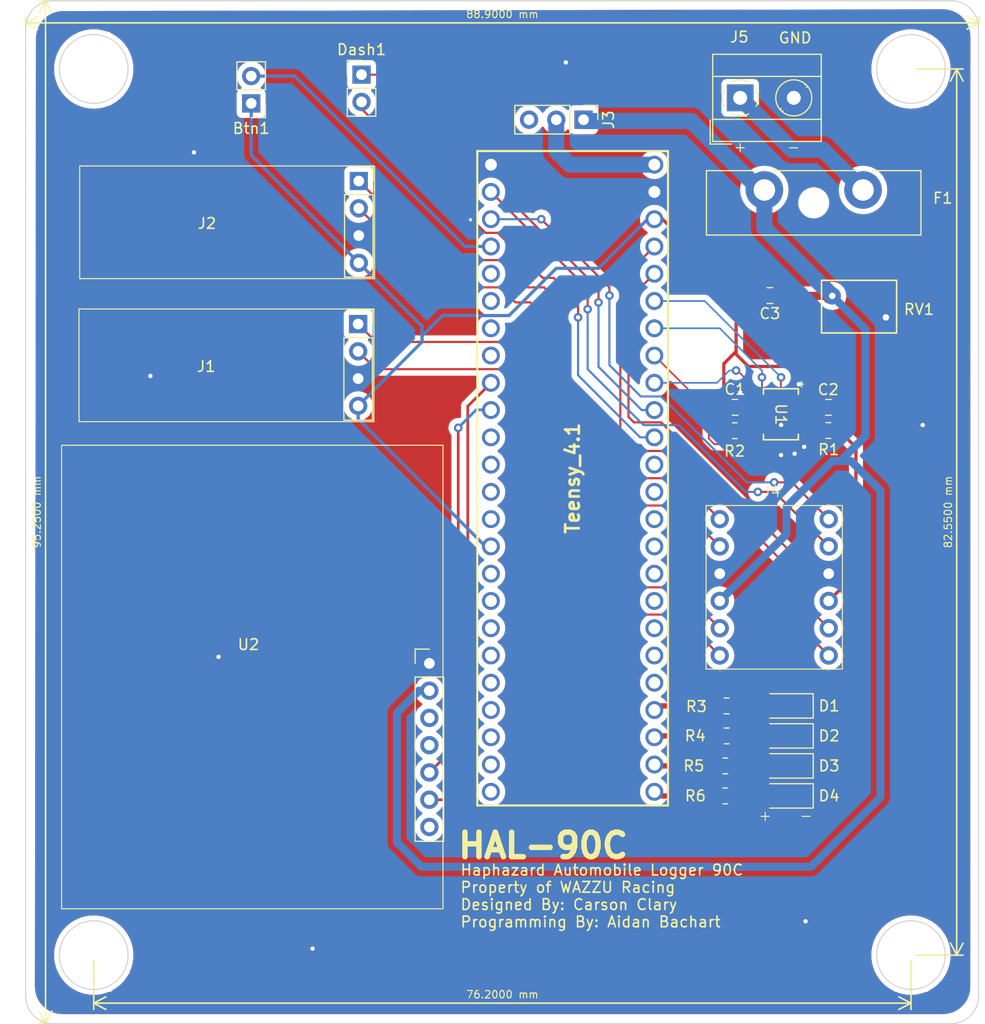
<source format=kicad_pcb>
(kicad_pcb (version 20240108) (generator "pcbnew") (generator_version "8.0")
  (title_block (title "HAL-9 Teensy 4.1 Breakout Board") (rev "2.1.2") (company "WAZZU Racing") (comment 1 "Code By: Aidan Bachart") (comment 2 "Design By: Carson Clary"))
  (layers (0 "F.Cu" signal) (31 "B.Cu" signal) (34 "B.Paste" user) (35 "F.Paste" user) (36 "B.SilkS" user "B.Silkscreen") (37 "F.SilkS" user "F.Silkscreen") (38 "B.Mask" user) (39 "F.Mask" user) (44 "Edge.Cuts" user))
  (net 0 "")
  (net 1 "GND")
  (net 2 "+5V")
  (net 6 "+3.3V")
  (net 10 "/CAN1 RX 5v")
  (net 11 "/CAN1 TX 5v")
  (net 14 "/Toggle")
  (net 23 "/CAN2 RX 5v")
  (net 24 "/CAN2 TX 3.3v")
  (net 25 "/LED1")
  (net 26 "/GYRO SCL")
  (net 27 "/GYRO SDA")
  (net 28 "/GPS RX")
  (net 29 "/GPS TX")
  (net 32 "/LED0")
  (net 33 "/LED2")
  (net 34 "/LED3")
  (net 35 "/CAN1 RX 3.3v")
  (net 38 "/CAN1 TX 3.3v")
  (net 39 "Net-(D4-A)")
  (net 40 "/CAN2 TX 5v")
  (net 41 "/CAN2 RX 3.3v")
  (net 42 "/Teensy Vin")
  (net 43 "/Dashboard SCL")
  (net 44 "/Dashboard SDA")
  (net 51 "Net-(D1-A)")
  (net 52 "Net-(D2-A)")
  (net 53 "/IntGyro")
  (net 54 "Net-(D3-A)")
  (net 55 "Net-(J5-Pin_1)")
  (net 56 "/IntAccel")
  (footprint "Fuse:Fuseholder_Blade_ATO_Littelfuse_Pudenz_2_Pin" (layer "F.Cu") (at 100.6322 55.7214)
    (property "Reference" "F1" (at 16.637 0.762 0) (layer "F.SilkS"))
    (property "Value" "1.5A")
    (pad "" np_thru_hole circle (at 4.6 1.2) (size 2.4 2.4) (drill 2.4) (layers "*.Cu" "*.Mask"))
    (pad "1" thru_hole circle (at 0 0) (size 3.5 3.5) (drill 2) (layers "*.Cu" "*.Mask") (net 2 "+5V"))
    (pad "2" thru_hole circle (at 9.2 0) (size 3.5 3.5) (drill 2) (layers "*.Cu" "*.Mask") (net 55 "Net-(J5-Pin_1)"))
  )
  (footprint "Connector_PinSocket_2.54mm:PinSocket_1x04_P2.54mm_Vertical" (layer "F.Cu") (at 64.2257 77.3067 90)
    (property "Reference" "J1" (at 5.1453 -15.6355 180) (layer "F.SilkS"))
    (property "Value" "CAN BOB")
    (pad "1" thru_hole rect (at 9.0932 -1.4732) (size 1.7 1.7) (drill 1) (layers "*.Cu" "*.Mask") (net 11 "/CAN1 TX 5v"))
    (pad "2" thru_hole oval (at 6.5532 -1.4732) (size 1.7 1.7) (drill 1) (layers "*.Cu" "*.Mask") (net 10 "/CAN1 RX 5v"))
    (pad "3" thru_hole oval (at 4.0132 -1.4732) (size 1.7 1.7) (drill 1) (layers "*.Cu" "*.Mask") (net 1 "GND"))
    (pad "4" thru_hole oval (at 1.4732 -1.4732) (size 1.7 1.7) (drill 1) (layers "*.Cu" "*.Mask") (net 6 "+3.3V"))
  )
  (footprint "Resistor_SMD:R_0805_2012Metric_Pad1.20x1.40mm_HandSolder" (layer "F.Cu") (at 106.6005 78.1304)
    (property "Reference" "R1" (at 0.0287 1.778 0) (layer "F.SilkS"))
    (property "Value" "2k")
    (pad "1" smd roundrect (at -1 0) (size 1.2 1.4) (layers "F.Cu" "F.Paste" "F.Mask") (roundrect_rratio 0.208333) (net 26 "/GYRO SCL"))
    (pad "2" smd roundrect (at 1 0) (size 1.2 1.4) (layers "F.Cu" "F.Paste" "F.Mask") (roundrect_rratio 0.208333) (net 6 "+3.3V"))
  )
  (footprint "LED_SMD:LED_1206_3216Metric_Pad1.42x1.75mm_HandSolder" (layer "F.Cu") (at 102.7287 103.7844 180)
    (property "Reference" "D1" (at -3.937 0 0) (layer "F.SilkS"))
    (property "Value" "LED")
    (pad "1" smd roundrect (at -1.4875 0 180) (size 1.425 1.75) (layers "F.Cu" "F.Paste" "F.Mask") (roundrect_rratio 0.175439) (net 1 "GND"))
    (pad "2" smd roundrect (at 1.4875 0 180) (size 1.425 1.75) (layers "F.Cu" "F.Paste" "F.Mask") (roundrect_rratio 0.175439) (net 51 "Net-(D1-A)"))
  )
  (footprint "LED_SMD:LED_1206_3216Metric_Pad1.42x1.75mm_HandSolder" (layer "F.Cu") (at 102.7287 106.5784 180)
    (property "Reference" "D2" (at -3.937 0 0) (layer "F.SilkS"))
    (property "Value" "LED")
    (pad "1" smd roundrect (at -1.4875 0 180) (size 1.425 1.75) (layers "F.Cu" "F.Paste" "F.Mask") (roundrect_rratio 0.175439) (net 1 "GND"))
    (pad "2" smd roundrect (at 1.4875 0 180) (size 1.425 1.75) (layers "F.Cu" "F.Paste" "F.Mask") (roundrect_rratio 0.175439) (net 52 "Net-(D2-A)"))
  )
  (footprint "Varistor:RV_Disc_D7mm_W4.9mm_P5mm" (layer "F.Cu") (at 106.9632 65.5894)
    (property "Reference" "RV1" (at 8.088 1.254 180) (layer "F.SilkS"))
    (property "Value" "Varistor_US")
    (pad "1" thru_hole circle (at 0 0) (size 1.6 1.6) (drill 0.6) (layers "*.Cu" "*.Mask") (net 2 "+5V"))
    (pad "2" thru_hole circle (at 5 2) (size 1.6 1.6) (drill 0.6) (layers "*.Cu" "*.Mask") (net 1 "GND"))
  )
  (footprint "Connector_PinHeader_2.54mm:PinHeader_1x02_P2.54mm_Vertical" (layer "F.Cu") (at 63.0682 44.9784)
    (property "Reference" "Dash1" (at 0 -2.33 360) (layer "F.SilkS"))
    (property "Value" "Conn_01x02_Pin")
    (pad "1" thru_hole rect (at 0 0) (size 1.7 1.7) (drill 1) (layers "*.Cu" "*.Mask") (net 44 "/Dashboard SDA"))
    (pad "2" thru_hole oval (at 0 2.54) (size 1.7 1.7) (drill 1) (layers "*.Cu" "*.Mask") (net 43 "/Dashboard SCL"))
  )
  (footprint "Connector_PinHeader_2.54mm:PinHeader_1x02_P2.54mm_Vertical" (layer "F.Cu") (at 52.7812 47.6554 180)
    (property "Reference" "Btn1" (at 0 -2.33 0) (layer "F.SilkS"))
    (property "Value" "Conn_01x02_Pin")
    (pad "1" thru_hole rect (at 0 0 180) (size 1.7 1.7) (drill 1) (layers "*.Cu" "*.Mask") (net 6 "+3.3V"))
    (pad "2" thru_hole oval (at 0 2.54 180) (size 1.7 1.7) (drill 1) (layers "*.Cu" "*.Mask") (net 14 "/Toggle"))
  )
  (footprint "Custom Footprints:SparkFun Logic Level" (layer "F.Cu") (at 96.4692 86.3854 180)
    (property "Reference" "J4" (at -4.826 2.564 0) (layer "F.SilkS") (effects (font (thickness 0.1))))
    (property "Value" "BOB-12009 Logic Level Shifter")
    (pad "1" thru_hole oval (at -10.16 -12.7 180) (size 1.7 1.7) (drill 1) (layers "*.Cu" "*.Mask") (net 35 "/CAN1 RX 3.3v"))
    (pad "2" thru_hole oval (at -10.16 -10.16 180) (size 1.7 1.7) (drill 1) (layers "*.Cu" "*.Mask") (net 38 "/CAN1 TX 3.3v"))
    (pad "3" thru_hole oval (at -10.16 -7.62 180) (size 1.7 1.7) (drill 1) (layers "*.Cu" "*.Mask") (net 6 "+3.3V"))
    (pad "4" thru_hole oval (at -10.16 -5.08 180) (size 1.7 1.7) (drill 1) (layers "*.Cu" "*.Mask") (net 1 "GND"))
    (pad "5" thru_hole oval (at -10.16 -2.54 180) (size 1.7 1.7) (drill 1) (layers "*.Cu" "*.Mask") (net 41 "/CAN2 RX 3.3v"))
    (pad "6" thru_hole oval (at -10.16 0 180) (size 1.7 1.7) (drill 1) (layers "*.Cu" "*.Mask") (net 24 "/CAN2 TX 3.3v"))
    (pad "7" thru_hole oval (at 0 0 180) (size 1.7 1.7) (drill 1) (layers "*.Cu" "*.Mask") (net 40 "/CAN2 TX 5v"))
    (pad "8" thru_hole oval (at 0 -2.54 180) (size 1.7 1.7) (drill 1) (layers "*.Cu" "*.Mask") (net 23 "/CAN2 RX 5v"))
    (pad "9" thru_hole oval (at 0 -5.08 180) (size 1.7 1.7) (drill 1) (layers "*.Cu" "*.Mask") (net 1 "GND"))
    (pad "10" thru_hole oval (at 0 -7.62 180) (size 1.7 1.7) (drill 1) (layers "*.Cu" "*.Mask") (net 2 "+5V"))
    (pad "11" thru_hole oval (at 0 -10.16 180) (size 1.7 1.7) (drill 1) (layers "*.Cu" "*.Mask") (net 11 "/CAN1 TX 5v"))
    (pad "12" thru_hole oval (at 0 -12.7 180) (size 1.7 1.7) (drill 1) (layers "*.Cu" "*.Mask") (net 10 "/CAN1 RX 5v"))
  )
  (footprint "TerminalBlock_MetzConnect:TerminalBlock_MetzConnect_Type055_RT01502HDWU_1x02_P5.00mm_Horizontal" (layer "F.Cu") (at 98.3742 47.1424)
    (property "Reference" "J5" (at -0.0762 -5.6642 0) (layer "F.SilkS"))
    (property "Value" "Conn_01x02_Pin")
    (fp_text user "-" (at 4.9784 4.572 0) (layer "F.SilkS") (effects (font (thickness 0.1))))
    (fp_text user "+" (at 0 4.572 0) (layer "F.SilkS") (effects (font (thickness 0.1))))
    (pad "1" thru_hole rect (at 0 0) (size 2.5 2.5) (drill 1.3) (layers "*.Cu" "*.Mask") (net 55 "Net-(J5-Pin_1)"))
    (pad "2" thru_hole circle (at 5 0) (size 2.5 2.5) (drill 1.3) (layers "*.Cu" "*.Mask") (net 1 "GND"))
  )
  (footprint "Resistor_SMD:R_0805_2012Metric_Pad1.20x1.40mm_HandSolder" (layer "F.Cu") (at 96.9932 109.3724 180)
    (property "Reference" "R5" (at 2.937 0 0) (layer "F.SilkS"))
    (property "Value" "5")
    (pad "1" smd roundrect (at -1 0 180) (size 1.2 1.4) (layers "F.Cu" "F.Paste" "F.Mask") (roundrect_rratio 0.208333) (net 54 "Net-(D3-A)"))
    (pad "2" smd roundrect (at 1 0 180) (size 1.2 1.4) (layers "F.Cu" "F.Paste" "F.Mask") (roundrect_rratio 0.208333) (net 33 "/LED2"))
  )
  (footprint "Resistor_SMD:R_0805_2012Metric_Pad1.20x1.40mm_HandSolder" (layer "F.Cu") (at 97.1042 106.5784 180)
    (property "Reference" "R4" (at 2.921 0 0) (layer "F.SilkS"))
    (property "Value" "5")
    (pad "1" smd roundrect (at -1 0 180) (size 1.2 1.4) (layers "F.Cu" "F.Paste" "F.Mask") (roundrect_rratio 0.208333) (net 52 "Net-(D2-A)"))
    (pad "2" smd roundrect (at 1 0 180) (size 1.2 1.4) (layers "F.Cu" "F.Paste" "F.Mask") (roundrect_rratio 0.208333) (net 25 "/LED1"))
  )
  (footprint "Resistor_SMD:R_0805_2012Metric_Pad1.20x1.40mm_HandSolder" (layer "F.Cu") (at 96.9932 112.1664 180)
    (property "Reference" "R6" (at 2.794 0 0) (layer "F.SilkS"))
    (property "Value" "5")
    (pad "1" smd roundrect (at -1 0 180) (size 1.2 1.4) (layers "F.Cu" "F.Paste" "F.Mask") (roundrect_rratio 0.208333) (net 39 "Net-(D4-A)"))
    (pad "2" smd roundrect (at 1 0 180) (size 1.2 1.4) (layers "F.Cu" "F.Paste" "F.Mask") (roundrect_rratio 0.208333) (net 34 "/LED3"))
  )
  (footprint "Resistor_SMD:R_0805_2012Metric_Pad1.20x1.40mm_HandSolder" (layer "F.Cu") (at 97.1042 103.7844 180)
    (property "Reference" "R3" (at 2.81 -0.058 0) (layer "F.SilkS"))
    (property "Value" "5")
    (pad "1" smd roundrect (at -1 0 180) (size 1.2 1.4) (layers "F.Cu" "F.Paste" "F.Mask") (roundrect_rratio 0.208333) (net 51 "Net-(D1-A)"))
    (pad "2" smd roundrect (at 1 0 180) (size 1.2 1.4) (layers "F.Cu" "F.Paste" "F.Mask") (roundrect_rratio 0.208333) (net 32 "/LED0"))
  )
  (footprint "Custom Footprints:QFN_BMI085_BOS" (layer "F.Cu") (at 102.1715 76.614401 -90)
    (property "Reference" "U1" (at 0 0 -90) (layer "F.SilkS"))
    (property "Value" "BMI088")
    (fp_text user "*" (at -2.802001 -1.5367 -90) (layer "F.SilkS"))
    (pad "1" smd rect (at -1.5 -1.1557 270) (size 0.254 0.4826) (layers "F.Cu" "F.Paste" "F.Mask"))
    (pad "2" smd rect (at -1.000001 -1.1557 270) (size 0.254 0.4826) (layers "F.Cu" "F.Paste" "F.Mask"))
    (pad "3" smd rect (at -0.499999 -1.1557 270) (size 0.254 0.4826) (layers "F.Cu" "F.Paste" "F.Mask") (net 6 "+3.3V"))
    (pad "4" smd rect (at 0 -1.1557 270) (size 0.254 0.4826) (layers "F.Cu" "F.Paste" "F.Mask") (net 1 "GND"))
    (pad "5" smd rect (at 0.499999 -1.1557 270) (size 0.254 0.4826) (layers "F.Cu" "F.Paste" "F.Mask"))
    (pad "6" smd rect (at 1.000001 -1.1557 270) (size 0.254 0.4826) (layers "F.Cu" "F.Paste" "F.Mask") (net 1 "GND"))
    (pad "7" smd rect (at 1.5 -1.1557 270) (size 0.254 0.4826) (layers "F.Cu" "F.Paste" "F.Mask") (net 6 "+3.3V"))
    (pad "8" smd rect (at 1.9113 0) (size 0.254 0.4826) (layers "F.Cu" "F.Paste" "F.Mask") (net 26 "/GYRO SCL"))
    (pad "9" smd rect (at 1.5 1.1557 270) (size 0.254 0.4826) (layers "F.Cu" "F.Paste" "F.Mask") (net 27 "/GYRO SDA"))
    (pad "10" smd rect (at 1.000001 1.1557 270) (size 0.254 0.4826) (layers "F.Cu" "F.Paste" "F.Mask") (net 1 "GND"))
    (pad "11" smd rect (at 0.499999 1.1557 270) (size 0.254 0.4826) (layers "F.Cu" "F.Paste" "F.Mask") (net 6 "+3.3V"))
    (pad "12" smd rect (at 0 1.1557 270) (size 0.254 0.4826) (layers "F.Cu" "F.Paste" "F.Mask") (net 53 "/IntGyro"))
    (pad "13" smd rect (at -0.499999 1.1557 270) (size 0.254 0.4826) (layers "F.Cu" "F.Paste" "F.Mask"))
    (pad "14" smd rect (at -1.000001 1.1557 270) (size 0.254 0.4826) (layers "F.Cu" "F.Paste" "F.Mask") (net 6 "+3.3V"))
    (pad "15" smd rect (at -1.5 1.1557 270) (size 0.254 0.4826) (layers "F.Cu" "F.Paste" "F.Mask") (net 1 "GND"))
    (pad "16" smd rect (at -1.9113 0) (size 0.254 0.4826) (layers "F.Cu" "F.Paste" "F.Mask") (net 56 "/IntAccel"))
  )
  (footprint "Connector_PinHeader_2.54mm:PinHeader_1x03_P2.54mm_Vertical" (layer "F.Cu") (at 83.7692 49.1744 -90)
    (property "Reference" "J3" (at 0 -2.33 90) (layer "F.SilkS"))
    (property "Value" "Block Jumper")
    (pad "1" thru_hole rect (at 0 0 270) (size 1.7 1.7) (drill 1) (layers "*.Cu" "*.Mask") (net 2 "+5V"))
    (pad "2" thru_hole oval (at 0 2.54 270) (size 1.7 1.7) (drill 1) (layers "*.Cu" "*.Mask") (net 42 "/Teensy Vin"))
    (pad "3" thru_hole oval (at 0 5.08 270) (size 1.7 1.7) (drill 1) (layers "*.Cu" "*.Mask"))
  )
  (footprint "Capacitor_SMD:C_0805_2012Metric_Pad1.18x1.45mm_HandSolder" (layer "F.Cu") (at 106.6077 75.9714 180)
    (property "Reference" "C2" (at 0.0215 1.651 0) (layer "F.SilkS"))
    (property "Value" "100nF")
    (pad "1" smd roundrect (at -1.0375 0 180) (size 1.175 1.45) (layers "F.Cu" "F.Paste" "F.Mask") (roundrect_rratio 0.212766) (net 6 "+3.3V"))
    (pad "2" smd roundrect (at 1.0375 0 180) (size 1.175 1.45) (layers "F.Cu" "F.Paste" "F.Mask") (roundrect_rratio 0.212766) (net 1 "GND"))
  )
  (footprint "Connector_PinHeader_2.54mm:PinHeader_1x07_P2.54mm_Vertical" (layer "F.Cu") (at 69.3928 99.822)
    (property "Reference" "U2" (at -16.8656 -1.7526 180) (layer "F.SilkS"))
    (property "Value" "NEO-M9N")
    (pad "0" thru_hole oval (at 0 5.08) (size 1.7 1.7) (drill 1) (layers "*.Cu" "*.Mask"))
    (pad "2" thru_hole oval (at 0 7.62) (size 1.7 1.7) (drill 1) (layers "*.Cu" "*.Mask"))
    (pad "10" thru_hole rect (at 0 0) (size 1.7 1.7) (drill 1) (layers "*.Cu" "*.Mask") (net 1 "GND"))
    (pad "19" thru_hole oval (at 0 15.24) (size 1.7 1.7) (drill 1) (layers "*.Cu" "*.Mask"))
    (pad "20" thru_hole oval (at 0 12.7) (size 1.7 1.7) (drill 1) (layers "*.Cu" "*.Mask") (net 29 "/GPS TX"))
    (pad "21" thru_hole oval (at 0 10.16) (size 1.7 1.7) (drill 1) (layers "*.Cu" "*.Mask") (net 28 "/GPS RX"))
    (pad "23" thru_hole oval (at 0 2.54) (size 1.7 1.7) (drill 1) (layers "*.Cu" "*.Mask") (net 2 "+5V"))
  )
  (footprint "Custom Footprints:TEENSY41" (layer "F.Cu") (at 82.9056 84.455)
    (property "Reference" "Teensy_4.1" (at -0.1524 -1.8796 -90) (layer "F.SilkS") (effects (font (size 1.27 1.27) (thickness 0.254))))
    (property "Value" "~" (hide yes))
    (pad "0" thru_hole circle (at -7.7724 -28.5496 270) (size 1.665 1.665) (drill 1.11) (layers "*.Cu" "*.Mask") (net 41 "/CAN2 RX 3.3v"))
    (pad "1" thru_hole circle (at -7.7724 -26.0096 270) (size 1.665 1.665) (drill 1.11) (layers "*.Cu" "*.Mask") (net 24 "/CAN2 TX 3.3v"))
    (pad "2" thru_hole circle (at -7.7724 -23.4696 270) (size 1.665 1.665) (drill 1.11) (layers "*.Cu" "*.Mask") (net 14 "/Toggle"))
    (pad "3" thru_hole circle (at -7.7724 -20.9296 270) (size 1.665 1.665) (drill 1.11) (layers "*.Cu" "*.Mask"))
    (pad "4" thru_hole circle (at -7.7724 -18.3896 270) (size 1.665 1.665) (drill 1.11) (layers "*.Cu" "*.Mask"))
    (pad "5" thru_hole circle (at -7.7724 -15.8496 270) (size 1.665 1.665) (drill 1.11) (layers "*.Cu" "*.Mask"))
    (pad "6" thru_hole circle (at -7.7724 -13.3096 270) (size 1.665 1.665) (drill 1.11) (layers "*.Cu" "*.Mask"))
    (pad "7" thru_hole circle (at -7.7724 -10.7696 270) (size 1.665 1.665) (drill 1.11) (layers "*.Cu" "*.Mask") (net 29 "/GPS TX"))
    (pad "8" thru_hole circle (at -7.7724 -8.2296 270) (size 1.665 1.665) (drill 1.11) (layers "*.Cu" "*.Mask") (net 28 "/GPS RX"))
    (pad "9" thru_hole circle (at -7.7724 -5.6896 270) (size 1.665 1.665) (drill 1.11) (layers "*.Cu" "*.Mask"))
    (pad "10" thru_hole circle (at -7.7724 -3.1496 270) (size 1.665 1.665) (drill 1.11) (layers "*.Cu" "*.Mask"))
    (pad "11" thru_hole circle (at -7.7724 -0.6096 270) (size 1.665 1.665) (drill 1.11) (layers "*.Cu" "*.Mask"))
    (pad "12" thru_hole circle (at -7.7724 1.9304 270) (size 1.665 1.665) (drill 1.11) (layers "*.Cu" "*.Mask"))
    (pad "13" thru_hole circle (at 7.4676 1.9304 270) (size 1.665 1.665) (drill 1.11) (layers "*.Cu" "*.Mask"))
    (pad "14" thru_hole circle (at 7.4676 -0.6096 270) (size 1.665 1.665) (drill 1.11) (layers "*.Cu" "*.Mask"))
    (pad "15" thru_hole circle (at 7.4676 -3.1496 270) (size 1.665 1.665) (drill 1.11) (layers "*.Cu" "*.Mask"))
    (pad "16" thru_hole circle (at 7.4676 -5.6896 270) (size 1.665 1.665) (drill 1.11) (layers "*.Cu" "*.Mask") (net 43 "/Dashboard SCL"))
    (pad "17" thru_hole circle (at 7.4676 -8.2296 270) (size 1.665 1.665) (drill 1.11) (layers "*.Cu" "*.Mask") (net 44 "/Dashboard SDA"))
    (pad "18" thru_hole circle (at 7.4676 -10.7696 270) (size 1.665 1.665) (drill 1.11) (layers "*.Cu" "*.Mask") (net 27 "/GYRO SDA"))
    (pad "19" thru_hole circle (at 7.4676 -13.3096 270) (size 1.665 1.665) (drill 1.11) (layers "*.Cu" "*.Mask") (net 26 "/GYRO SCL"))
    (pad "20" thru_hole circle (at 7.4676 -15.8496 270) (size 1.665 1.665) (drill 1.11) (layers "*.Cu" "*.Mask") (net 53 "/IntGyro"))
    (pad "21" thru_hole circle (at 7.4676 -18.3896 270) (size 1.665 1.665) (drill 1.11) (layers "*.Cu" "*.Mask") (net 56 "/IntAccel"))
    (pad "22" thru_hole circle (at 7.4676 -20.9296 270) (size 1.665 1.665) (drill 1.11) (layers "*.Cu" "*.Mask") (net 38 "/CAN1 TX 3.3v"))
    (pad "23" thru_hole circle (at 7.4676 -23.4696 270) (size 1.665 1.665) (drill 1.11) (layers "*.Cu" "*.Mask") (net 35 "/CAN1 RX 3.3v"))
    (pad "24" thru_hole circle (at -7.7724 7.0104 270) (size 1.665 1.665) (drill 1.11) (layers "*.Cu" "*.Mask"))
    (pad "25" thru_hole circle (at -7.7724 9.5504 270) (size 1.665 1.665) (drill 1.11) (layers "*.Cu" "*.Mask"))
    (pad "26" thru_hole circle (at -7.7724 12.0904 270) (size 1.665 1.665) (drill 1.11) (layers "*.Cu" "*.Mask"))
    (pad "27" thru_hole circle (at -7.7724 14.6304 270) (size 1.665 1.665) (drill 1.11) (layers "*.Cu" "*.Mask"))
    (pad "28" thru_hole circle (at -7.7724 17.1704 270) (size 1.665 1.665) (drill 1.11) (layers "*.Cu" "*.Mask"))
    (pad "29" thru_hole circle (at -7.7724 19.7104 270) (size 1.665 1.665) (drill 1.11) (layers "*.Cu" "*.Mask"))
    (pad "30" thru_hole circle (at -7.7724 22.2504 270) (size 1.665 1.665) (drill 1.11) (layers "*.Cu" "*.Mask"))
    (pad "31" thru_hole circle (at -7.7724 24.7904 270) (size 1.665 1.665) (drill 1.11) (layers "*.Cu" "*.Mask"))
    (pad "32" thru_hole circle (at -7.7724 27.3304 270) (size 1.665 1.665) (drill 1.11) (layers "*.Cu" "*.Mask"))
    (pad "33" thru_hole circle (at 7.4676 27.3304 270) (size 1.665 1.665) (drill 1.11) (layers "*.Cu" "*.Mask") (net 34 "/LED3"))
    (pad "34" thru_hole circle (at 7.4676 24.7904 270) (size 1.665 1.665) (drill 1.11) (layers "*.Cu" "*.Mask") (net 33 "/LED2"))
    (pad "35" thru_hole circle (at 7.4676 22.2504 270) (size 1.665 1.665) (drill 1.11) (layers "*.Cu" "*.Mask") (net 25 "/LED1"))
    (pad "36" thru_hole circle (at 7.4676 19.7104 270) (size 1.665 1.665) (drill 1.11) (layers "*.Cu" "*.Mask") (net 32 "/LED0"))
    (pad "37" thru_hole circle (at 7.4676 17.1704 270) (size 1.665 1.665) (drill 1.11) (layers "*.Cu" "*.Mask"))
    (pad "38" thru_hole circle (at 7.4676 14.6304 270) (size 1.665 1.665) (drill 1.11) (layers "*.Cu" "*.Mask"))
    (pad "39" thru_hole circle (at 7.4676 12.0904 270) (size 1.665 1.665) (drill 1.11) (layers "*.Cu" "*.Mask"))
    (pad "40" thru_hole circle (at 7.4676 9.5504 270) (size 1.665 1.665) (drill 1.11) (layers "*.Cu" "*.Mask"))
    (pad "41" thru_hole circle (at 7.4676 7.0104 270) (size 1.665 1.665) (drill 1.11) (layers "*.Cu" "*.Mask"))
    (pad "42" thru_hole circle (at -7.7724 4.4704 270) (size 1.665 1.665) (drill 1.11) (layers "*.Cu" "*.Mask") (net 6 "+3.3V"))
    (pad "53" thru_hole circle (at 7.4676 -26.0096 270) (size 1.665 1.665) (drill 1.11) (layers "*.Cu" "*.Mask") (net 6 "+3.3V"))
    (pad "55" thru_hole circle (at 7.4676 -31.0896 270) (size 1.665 1.665) (drill 1.11) (layers "*.Cu" "*.Mask") (net 42 "/Teensy Vin"))
    (pad "69" thru_hole circle (at 7.4676 4.4704 270) (size 1.665 1.665) (drill 1.11) (layers "*.Cu" "*.Mask"))
    (pad "70" thru_hole circle (at 7.4676 -28.5496 270) (size 1.665 1.665) (drill 1.11) (layers "*.Cu" "*.Mask") (net 1 "GND"))
    (pad "71" thru_hole circle (at -7.7724 -31.0896 270) (size 1.665 1.665) (drill 1.11) (layers "*.Cu" "*.Mask") (net 1 "GND"))
  )
  (footprint "LED_SMD:LED_1206_3216Metric_Pad1.42x1.75mm_HandSolder" (layer "F.Cu") (at 102.7287 112.1664 180)
    (property "Reference" "D4" (at -3.937 0 0) (layer "F.SilkS"))
    (property "Value" "LED")
    (pad "1" smd roundrect (at -1.4875 0 180) (size 1.425 1.75) (layers "F.Cu" "F.Paste" "F.Mask") (roundrect_rratio 0.175439) (net 1 "GND"))
    (pad "2" smd roundrect (at 1.4875 0 180) (size 1.425 1.75) (layers "F.Cu" "F.Paste" "F.Mask") (roundrect_rratio 0.175439) (net 39 "Net-(D4-A)"))
  )
  (footprint "LED_SMD:LED_1206_3216Metric_Pad1.42x1.75mm_HandSolder" (layer "F.Cu") (at 102.7287 109.3724 180)
    (property "Reference" "D3" (at -3.937 0 0) (layer "F.SilkS"))
    (property "Value" "LED")
    (pad "1" smd roundrect (at -1.4875 0 180) (size 1.425 1.75) (layers "F.Cu" "F.Paste" "F.Mask") (roundrect_rratio 0.175439) (net 1 "GND"))
    (pad "2" smd roundrect (at 1.4875 0 180) (size 1.425 1.75) (layers "F.Cu" "F.Paste" "F.Mask") (roundrect_rratio 0.175439) (net 54 "Net-(D3-A)"))
  )
  (footprint "Capacitor_SMD:C_0805_2012Metric_Pad1.18x1.45mm_HandSolder" (layer "F.Cu") (at 97.8877 75.9714)
    (property "Reference" "C1" (at 0 -1.68 0) (layer "F.SilkS"))
    (property "Value" "100nF")
    (pad "1" smd roundrect (at -1.0375 0) (size 1.175 1.45) (layers "F.Cu" "F.Paste" "F.Mask") (roundrect_rratio 0.212766) (net 6 "+3.3V"))
    (pad "2" smd roundrect (at 1.0375 0) (size 1.175 1.45) (layers "F.Cu" "F.Paste" "F.Mask") (roundrect_rratio 0.212766) (net 1 "GND"))
  )
  (footprint "Custom Footprints:canBOB" (layer "F.Cu") (at 64.2874 63.9826 90)
    (property "Reference" "J2" (at 5.1453 -15.6355 0) (layer "F.SilkS"))
    (property "Value" "CAN BOB")
    (pad "1" thru_hole rect (at 9.0932 -1.4732) (size 1.7 1.7) (drill 1) (layers "*.Cu" "*.Mask") (net 40 "/CAN2 TX 5v"))
    (pad "2" thru_hole oval (at 6.5532 -1.4732) (size 1.7 1.7) (drill 1) (layers "*.Cu" "*.Mask") (net 23 "/CAN2 RX 5v"))
    (pad "3" thru_hole oval (at 4.0132 -1.4732) (size 1.7 1.7) (drill 1) (layers "*.Cu" "*.Mask") (net 1 "GND"))
    (pad "4" thru_hole oval (at 1.4732 -1.4732) (size 1.7 1.7) (drill 1) (layers "*.Cu" "*.Mask") (net 6 "+3.3V"))
  )
  (footprint "Capacitor_SMD:C_0805_2012Metric_Pad1.18x1.45mm_HandSolder" (layer "F.Cu") (at 101.1467 65.5574 180)
    (property "Reference" "C3" (at 0 -1.68 0) (layer "F.SilkS"))
    (property "Value" "100uF")
    (pad "1" smd roundrect (at -1.0375 0 180) (size 1.175 1.45) (layers "F.Cu" "F.Paste" "F.Mask") (roundrect_rratio 0.212766) (net 2 "+5V"))
    (pad "2" smd roundrect (at 1.0375 0 180) (size 1.175 1.45) (layers "F.Cu" "F.Paste" "F.Mask") (roundrect_rratio 0.212766) (net 1 "GND"))
  )
  (footprint "Resistor_SMD:R_0805_2012Metric_Pad1.20x1.40mm_HandSolder" (layer "F.Cu") (at 97.8695 78.144701)
    (property "Reference" "R2" (at -0.016 1.905 0) (layer "F.SilkS"))
    (property "Value" "2k")
    (pad "1" smd roundrect (at -1 0) (size 1.2 1.4) (layers "F.Cu" "F.Paste" "F.Mask") (roundrect_rratio 0.208333) (net 6 "+3.3V"))
    (pad "2" smd roundrect (at 1 0) (size 1.2 1.4) (layers "F.Cu" "F.Paste" "F.Mask") (roundrect_rratio 0.208333) (net 27 "/GYRO SDA"))
  )
  (gr_circle (center 114.3 127) (end 117.5 127) (stroke (width 0.1)) (fill none) (layer "Edge.Cuts"))
  (gr_circle (center 38.1 44.45) (end 41.3 44.45) (stroke (width 0.1)) (fill none) (layer "Edge.Cuts"))
  (gr_line (start 31.75 130.8354) (end 31.75 40.64) (stroke (width 0.1)) (layer "Edge.Cuts"))
  (gr_arc (start 120.5992 130.8354) (mid 119.855251 132.631451) (end 118.0592 133.3754) (stroke (width 0.1)) (layer "Edge.Cuts"))
  (gr_arc (start 118.0592 38.1) (mid 119.855251 38.843949) (end 120.5992 40.64) (stroke (width 0.1)) (layer "Edge.Cuts"))
  (gr_line (start 34.29 38.1) (end 118.0592 38.1) (stroke (width 0.1)) (layer "Edge.Cuts"))
  (gr_circle (center 38.1 127) (end 41.3 127) (stroke (width 0.1)) (fill none) (layer "Edge.Cuts"))
  (gr_line (start 120.5992 40.64) (end 120.5992 130.8354) (stroke (width 0.1)) (layer "Edge.Cuts"))
  (gr_circle (center 114.3 44.45) (end 117.5 44.45) (stroke (width 0.1)) (fill none) (layer "Edge.Cuts"))
  (gr_arc (start 31.75 40.64) (mid 32.493949 38.843949) (end 34.29 38.1) (stroke (width 0.1)) (layer "Edge.Cuts"))
  (gr_arc (start 34.29 133.3754) (mid 32.493949 132.631451) (end 31.75 130.8354) (stroke (width 0.1)) (layer "Edge.Cuts"))
  (gr_line (start 118.0592 133.3754) (end 34.29 133.3754) (stroke (width 0.1)) (layer "Edge.Cuts"))
  (gr_text "GND" (at 103.5012 41.5544 0) (layer "F.SilkS") (effects (font (size 1 1))))
  (gr_text "+" (at 100.0252 114.5794 0) (layer "F.SilkS") (effects (font (size 1 1) (thickness 0.1)) (justify left bottom)))
  (gr_text "-" (at 103.8352 114.5794 0) (layer "F.SilkS") (effects (font (size 1 1) (thickness 0.1)) (justify left bottom)))
  (gr_text "Haphazard Automobile Logger 90C\nProperty of WAZZU Racing\nDesigned By: Carson Clary\nProgramming By: Aidan Bachart" (at 72.2122 124.4854 0) (layer "F.SilkS") (effects (font (size 1 1)) (justify left bottom)))
  (gr_text "HAL-90C" (at 71.8312 118.1354 0) (layer "F.SilkS") (effects (font (size 2.286 2.286) (thickness 0.508) (bold yes)) (justify left bottom)))
  (dimension (type aligned) (layer "F.SilkS") (pts (xy 114.3 127) (xy 38.1 127)) (height -4.4704) (gr_text "76.2000 mm" (at 76.2 130.6704 0) (layer "F.SilkS") (effects (font (size 0.7 0.7) (thickness 0.1)))) (format (prefix "") (suffix "") (units 3) (units_format 1) (precision 4)) (style (thickness 0.15) (arrow_length 1.27) (text_position_mode 0) (extension_height 0.58642) (extension_offset 0.5) keep_text_aligned))
  (dimension (type aligned) (layer "F.SilkS") (pts (xy 114.3 127) (xy 114.3 44.45)) (height 4.2672) (gr_text "82.5500 mm" (at 117.7672 85.725 90) (layer "F.SilkS") (effects (font (size 0.7 0.7) (thickness 0.1)))) (format (prefix "") (suffix "") (units 3) (units_format 1) (precision 4)) (style (thickness 0.15) (arrow_length 1.27) (text_position_mode 0) (extension_height 0.58642) (extension_offset 0.5) keep_text_aligned))
  (dimension (type aligned) (layer "F.SilkS") (pts (xy 31.75 40.6) (xy 120.65 40.6)) (height -0.4426) (gr_text "88.9000 mm" (at 76.2 39.3574 0) (layer "F.SilkS") (effects (font (size 0.7 0.7) (thickness 0.1)))) (format (prefix "") (suffix "") (units 3) (units_format 1) (precision 4)) (style (thickness 0.15) (arrow_length 1.27) (text_position_mode 0) (extension_height 0.58642) (extension_offset 0.5) keep_text_aligned))
  (dimension (type aligned) (layer "F.SilkS") (pts (xy 34.2392 133.35) (xy 34.2392 38.1)) (height -0.635) (gr_text "95.2500 mm" (at 32.8042 85.725 90) (layer "F.SilkS") (effects (font (size 0.7 0.7) (thickness 0.1)))) (format (prefix "") (suffix "") (units 3) (units_format 1) (precision 4)) (style (thickness 0.15) (arrow_length 1.27) (text_position_mode 0) (extension_height 0.58642) (extension_offset 0.5) keep_text_aligned))
  (segment (start 104.3032 79.6144) (end 104.3432 79.6544) (width 0.127) (layer "F.Cu") (net 1))
  (segment (start 101.125299 75.2239) (end 102.4237 75.2239) (width 0.127) (layer "F.Cu") (net 1))
  (segment (start 102.192198 77.614402) (end 101.811198 77.614402) (width 0.155) (layer "F.Cu") (net 1))
  (segment (start 102.192198 77.614402) (end 103.3272 77.614402) (width 0.155) (layer "F.Cu") (net 1))
  (segment (start 102.192198 77.354102) (end 102.192198 77.614402) (width 0.127) (layer "F.Cu") (net 1))
  (segment (start 98.9252 75.9714) (end 98.9252 75.1254) (width 0.2) (layer "F.Cu") (net 1))
  (segment (start 102.931899 76.614401) (end 102.192198 77.354102) (width 0.127) (layer "F.Cu") (net 1))
  (segment (start 101.811198 77.614402) (end 101.8032 77.6224) (width 0.155) (layer "F.Cu") (net 1))
  (segment (start 102.4237 75.2239) (end 103.8352 73.8124) (width 0.127) (layer "F.Cu") (net 1))
  (segment (start 101.0158 75.114401) (end 101.125299 75.2239) (width 0.127) (layer "F.Cu") (net 1))
  (segment (start 98.9252 75.1254) (end 98.3742 74.5744) (width 0.2) (layer "F.Cu") (net 1))
  (segment (start 104.3032 77.2384) (end 104.3032 79.6144) (width 0.127) (layer "F.Cu") (net 1))
  (segment (start 105.5702 75.9714) (end 104.3032 77.2384) (width 0.127) (layer "F.Cu") (net 1))
  (segment (start 105.6005 75.8786) (end 105.6132 75.8659) (width 0.155) (layer "F.Cu") (net 1))
  (segment (start 103.3272 76.614401) (end 102.931899 76.614401) (width 0.127) (layer "F.Cu") (net 1))
  (segment (start 101.795202 77.614402) (end 101.0158 77.614402) (width 0.155) (layer "F.Cu") (net 1))
  (segment (start 101.8032 77.6224) (end 101.795202 77.614402) (width 0.155) (layer "F.Cu") (net 1))
  (via (at 47.4472 52.2224) (size 0.8) (drill 0.4) (layers "F.Cu" "B.Cu") (net 1))
  (via (at 102.192198 77.614402) (size 0.8) (drill 0.4) (layers "F.Cu" "B.Cu") (net 1))
  (via (at 82.1182 43.8404) (size 0.8) (drill 0.4) (layers "F.Cu" "B.Cu") (net 1))
  (via (at 102.1842 80.4164) (size 0.8) (drill 0.4) (layers "F.Cu" "B.Cu") (net 1))
  (via (at 103.8352 73.8124) (size 0.8) (drill 0.4) (layers "F.Cu" "B.Cu") (net 1))
  (via (at 104.3432 79.6544) (size 0.8) (drill 0.4) (layers "F.Cu" "B.Cu") (net 1))
  (via (at 49.7332 99.2124) (size 0.8) (drill 0.4) (layers "F.Cu" "B.Cu") (net 1))
  (via (at 43.3832 73.0504) (size 0.8) (drill 0.4) (layers "F.Cu" "B.Cu") (net 1))
  (via (at 104.4702 123.8504) (size 0.8) (drill 0.4) (layers "F.Cu" "B.Cu") (net 1))
  (via (at 115.3922 77.6224) (size 0.8) (drill 0.4) (layers "F.Cu" "B.Cu") (net 1))
  (via (at 98.3742 74.5744) (size 0.8) (drill 0.4) (layers "F.Cu" "B.Cu") (net 1))
  (via (at 103.4542 80.2894) (size 0.8) (drill 0.4) (layers "F.Cu" "B.Cu") (net 1))
  (via (at 58.4962 126.3904) (size 0.8) (drill 0.4) (layers "F.Cu" "B.Cu") (net 1))
  (segment (start 106.9632 65.5894) (end 102.2162 65.5894) (width 0.75) (layer "F.Cu") (net 2))
  (segment (start 102.2162 65.5894) (end 102.1842 65.5574) (width 0.75) (layer "F.Cu") (net 2))
  (segment (start 106.7882 65.5894) (end 106.9632 65.5894) (width 1.5) (layer "F.Cu") (net 2))
  (segment (start 110.0582 78.6384) (end 107.7252 80.9714) (width 0.75) (layer "B.Cu") (net 2))
  (segment (start 100.2222 55.7214) (end 93.8022 49.3014) (width 1.5) (layer "B.Cu") (net 2))
  (segment (start 111.4552 83.7184) (end 111.4552 112.2934) (width 0.75) (layer "B.Cu") (net 2))
  (segment (start 106.9632 80.9714) (end 108.7082 80.9714) (width 0.75) (layer "B.Cu") (net 2))
  (segment (start 66.3702 104.4194) (end 68.4276 102.362) (width 0.75) (layer "B.Cu") (net 2))
  (segment (start 68.4276 102.362) (end 69.3928 102.362) (width 0.75) (layer "B.Cu") (net 2))
  (segment (start 100.6322 55.7214) (end 100.2222 55.7214) (width 1.5) (layer "B.Cu") (net 2))
  (segment (start 100.6322 59.2584) (end 106.9632 65.5894) (width 1.5) (layer "B.Cu") (net 2))
  (segment (start 102.6922 85.2424) (end 102.6922 87.7824) (width 0.75) (layer "B.Cu") (net 2))
  (segment (start 66.3702 116.4844) (end 66.3702 104.4194) (width 0.75) (layer "B.Cu") (net 2))
  (segment (start 102.6922 87.7824) (end 96.4692 94.0054) (width 0.75) (layer "B.Cu") (net 2))
  (segment (start 106.9632 80.9714) (end 102.6922 85.2424) (width 0.75) (layer "B.Cu") (net 2))
  (segment (start 104.9782 118.7704) (end 68.6562 118.7704) (width 0.75) (layer "B.Cu") (net 2))
  (segment (start 111.4552 112.2934) (end 104.9782 118.7704) (width 0.75) (layer "B.Cu") (net 2))
  (segment (start 106.9632 65.5894) (end 110.0582 68.6844) (width 0.75) (layer "B.Cu") (net 2))
  (segment (start 107.7252 80.9714) (end 106.9632 80.9714) (width 0.75) (layer "B.Cu") (net 2))
  (segment (start 108.7082 80.9714) (end 111.4552 83.7184) (width 0.75) (layer "B.Cu") (net 2))
  (segment (start 100.6322 55.7214) (end 100.6322 59.2584) (width 1.5) (layer "B.Cu") (net 2))
  (segment (start 93.8022 49.3014) (end 83.7692 49.3014) (width 1.5) (layer "B.Cu") (net 2))
  (segment (start 68.6562 118.7704) (end 66.3702 116.4844) (width 0.75) (layer "B.Cu") (net 2))
  (segment (start 110.0582 68.6844) (end 110.0582 78.6384) (width 0.75) (layer "B.Cu") (net 2))
  (segment (start 103.3272 78.114401) (end 103.750501 78.114401) (width 0.155) (layer "F.Cu") (net 6))
  (segment (start 91.1352 58.4454) (end 90.3732 58.4454) (width 0.3) (layer "F.Cu") (net 6))
  (segment (start 101.0158 75.6144) (end 101.4462 75.6144) (width 0.155) (layer "F.Cu") (net 6))
  (segment (start 96.8695 75.9907) (end 96.8502 75.9714) (width 0.3) (layer "F.Cu") (net 6))
  (segment (start 106.6292 94.0054) (end 109.1692 91.4654) (width 0.3) (layer "F.Cu") (net 6))
  (segment (start 102.200202 76.114402) (end 103.3272 76.114402) (width 0.155) (layer "F.Cu") (net 6))
  (segment (start 109.1692 79.6991) (end 107.6005 78.1304) (width 0.3) (layer "F.Cu") (net 6))
  (segment (start 97.9932 71.0184) (end 97.9932 70.7644) (width 0.3) (layer "F.Cu") (net 6))
  (segment (start 107.6005 76.0161) (end 107.6452 75.9714) (width 0.3) (layer "F.Cu") (net 6))
  (segment (start 105.6767 74.0029) (end 103.8352 72.1614) (width 0.3) (layer "F.Cu") (net 6))
  (segment (start 101.5346 77.018901) (end 101.5346 76.748) (width 0.155) (layer "F.Cu") (net 6))
  (segment (start 103.9622 77.902702) (end 103.9622 76.326101) (width 0.155) (layer "F.Cu") (net 6))
  (segment (start 97.9932 70.7644) (end 97.9932 65.3034) (width 0.3) (layer "F.Cu") (net 6))
  (segment (start 103.9622 76.326101) (end 103.750501 76.114402) (width 0.155) (layer "F.Cu") (net 6))
  (segment (start 99.1362 72.1614) (end 97.9932 71.0184) (width 0.3) (layer "F.Cu") (net 6))
  (segment (start 97.9932 65.3034) (end 91.1352 58.4454) (width 0.3) (layer "F.Cu") (net 6))
  (segment (start 101.439101 77.1144) (end 101.5346 77.018901) (width 0.155) (layer "F.Cu") (net 6))
  (segment (start 101.4462 75.6144) (end 101.946202 76.114402) (width 0.155) (layer "F.Cu") (net 6))
  (segment (start 101.946202 76.114402) (end 102.200202 76.114402) (width 0.155) (layer "F.Cu") (net 6))
  (segment (start 96.8502 75.9714) (end 96.8502 71.9074) (width 0.3) (layer "F.Cu") (net 6))
  (segment (start 101.0158 77.1144) (end 101.439101 77.1144) (width 0.155) (layer "F.Cu") (net 6))
  (segment (start 103.9622 75.7174) (end 103.9622 76.326101) (width 0.155) (layer "F.Cu") (net 6))
  (segment (start 103.750501 76.114402) (end 103.3272 76.114402) (width 0.155) (layer "F.Cu") (net 6))
  (segment (start 109.1692 91.4654) (end 109.1692 79.6991) (width 0.3) (layer "F.Cu") (net 6))
  (segment (start 103.8352 72.1614) (end 99.1362 72.1614) (width 0.3) (layer "F.Cu") (net 6))
  (segment (start 105.6767 74.0029) (end 103.9622 75.7174) (width 0.155) (layer "F.Cu") (net 6))
  (segment (start 96.8502 71.9074) (end 97.9932 70.7644) (width 0.3) (layer "F.Cu") (net 6))
  (segment (start 101.5346 76.748) (end 102.168198 76.114402) (width 0.155) (layer "F.Cu") (net 6))
  (segment (start 103.750501 78.114401) (end 103.9622 77.902702) (width 0.155) (layer "F.Cu") (net 6))
  (segment (start 107.6452 75.9714) (end 105.6767 74.0029) (width 0.3) (layer "F.Cu") (net 6))
  (segment (start 96.8695 78.144701) (end 96.8695 75.9907) (width 0.3) (layer "F.Cu") (net 6))
  (segment (start 107.6005 78.1304) (end 107.6005 76.0161) (width 0.3) (layer "F.Cu") (net 6))
  (segment (start 52.7812 52.4764) (end 52.7812 47.6554) (width 0.3) (layer "B.Cu") (net 6))
  (segment (start 76.8237 67.4229) (end 81.2292 63.0174) (width 0.3) (layer "B.Cu") (net 6))
  (segment (start 68.7106 69.8754) (end 68.7106 69.313) (width 0.3) (layer "B.Cu") (net 6))
  (segment (start 68.7106 69.313) (end 70.6007 67.4229) (width 0.3) (layer "B.Cu") (net 6))
  (segment (start 68.7106 69.8754) (end 62.7525 75.8335) (width 0.3) (layer "B.Cu") (net 6))
  (segment (start 85.1662 63.0174) (end 89.7382 58.4454) (width 0.3) (layer "B.Cu") (net 6))
  (segment (start 68.7106 69.8754) (end 68.7106 68.4058) (width 0.3) (layer "B.Cu") (net 6))
  (segment (start 74.5998 88.9) (end 62.7525 77.0527) (width 0.3) (layer "B.Cu") (net 6))
  (segment (start 89.7382 58.4454) (end 90.3732 58.4454) (width 0.3) (layer "B.Cu") (net 6))
  (segment (start 81.2292 63.0174) (end 85.1662 63.0174) (width 0.3) (layer "B.Cu") (net 6))
  (segment (start 75.184 88.9) (end 74.5998 88.9) (width 0.3) (layer "B.Cu") (net 6))
  (segment (start 70.6007 67.4229) (end 76.8237 67.4229) (width 0.3) (layer "B.Cu") (net 6))
  (segment (start 62.8142 62.5094) (end 52.7812 52.4764) (width 0.3) (layer "B.Cu") (net 6))
  (segment (start 68.7106 68.4058) (end 62.8142 62.5094) (width 0.3) (layer "B.Cu") (net 6))
  (segment (start 62.7525 77.0527) (end 62.7525 75.8335) (width 0.3) (layer "B.Cu") (net 6))
  (segment (start 78.6892 74.1934) (end 76.9112 72.4154) (width 0.2) (layer "F.Cu") (net 10))
  (segment (start 92.6592 95.2754) (end 89.4842 95.2754) (width 0.2) (layer "F.Cu") (net 10))
  (segment (start 76.9112 72.4154) (end 64.4144 72.4154) (width 0.2) (layer "F.Cu") (net 10))
  (segment (start 64.4144 72.4154) (end 62.7525 70.7535) (width 0.2) (layer "F.Cu") (net 10))
  (segment (start 78.6892 84.4804) (end 78.6892 74.1934) (width 0.2) (layer "F.Cu") (net 10))
  (segment (start 96.4692 99.0854) (end 92.6592 95.2754) (width 0.2) (layer "F.Cu") (net 10))
  (segment (start 89.4842 95.2754) (end 78.6892 84.4804) (width 0.2) (layer "F.Cu") (net 10))
  (segment (start 76.9112 69.8754) (end 64.4144 69.8754) (width 0.2) (layer "F.Cu") (net 11))
  (segment (start 89.2302 92.7354) (end 79.9592 83.4644) (width 0.2) (layer "F.Cu") (net 11))
  (segment (start 92.6592 92.7354) (end 89.2302 92.7354) (width 0.2) (layer "F.Cu") (net 11))
  (segment (start 79.9592 83.4644) (end 79.9592 72.9234) (width 0.2) (layer "F.Cu") (net 11))
  (segment (start 79.9592 72.9234) (end 76.9112 69.8754) (width 0.2) (layer "F.Cu") (net 11))
  (segment (start 64.4144 69.8754) (end 62.7525 68.2135) (width 0.2) (layer "F.Cu") (net 11))
  (segment (start 96.4692 96.5454) (end 92.6592 92.7354) (width 0.2) (layer "F.Cu") (net 11))
  (segment (start 62.8251 68.2135) (end 62.7525 68.2135) (width 0.25) (layer "B.Cu") (net 11))
  (segment (start 72.7202 60.9854) (end 75.1332 60.9854) (width 0.3) (layer "B.Cu") (net 14))
  (segment (start 52.7812 45.1154) (end 56.8502 45.1154) (width 0.3) (layer "B.Cu") (net 14))
  (segment (start 56.8502 45.1154) (end 72.7202 60.9854) (width 0.3) (layer "B.Cu") (net 14))
  (segment (start 92.6592 85.1154) (end 88.2142 85.1154) (width 0.2) (layer "F.Cu") (net 23))
  (segment (start 77.4192 66.1924) (end 76.0222 64.7954) (width 0.2) (layer "F.Cu") (net 23))
  (segment (start 96.4692 88.9254) (end 92.6592 85.1154) (width 0.2) (layer "F.Cu") (net 23))
  (segment (start 81.1022 68.4784) (end 78.8162 66.1924) (width 0.2) (layer "F.Cu") (net 23))
  (segment (start 81.1022 78.0034) (end 81.1022 68.4784) (width 0.2) (layer "F.Cu") (net 23))
  (segment (start 70.1802 64.7954) (end 62.8142 57.4294) (width 0.2) (layer "F.Cu") (net 23))
  (segment (start 76.0222 64.7954) (end 70.1802 64.7954) (width 0.2) (layer "F.Cu") (net 23))
  (segment (start 88.2142 85.1154) (end 81.1022 78.0034) (width 0.2) (layer "F.Cu") (net 23))
  (segment (start 78.8162 66.1924) (end 77.4192 66.1924) (width 0.2) (layer "F.Cu") (net 23))
  (segment (start 103.2002 82.9564) (end 106.6292 86.3854) (width 0.2) (layer "F.Cu") (net 24))
  (segment (start 86.1822 64.7954) (end 79.8322 58.4454) (width 0.2) (layer "F.Cu") (net 24))
  (segment (start 86.1822 65.5574) (end 86.1822 64.7954) (width 0.2) (layer "F.Cu") (net 24))
  (segment (start 101.5492 82.9564) (end 103.2002 82.9564) (width 0.2) (layer "F.Cu") (net 24))
  (via (at 86.1822 65.5574) (size 0.8) (drill 0.4) (layers "F.Cu" "B.Cu") (net 24))
  (via (at 101.5492 82.9564) (size 0.8) (drill 0.4) (layers "F.Cu" "B.Cu") (net 24))
  (via (at 79.8322 58.4454) (size 0.8) (drill 0.4) (layers "F.Cu" "B.Cu") (net 24))
  (segment (start 89.1032 74.9554) (end 86.1822 72.0344) (width 0.2) (layer "B.Cu") (net 24))
  (segment (start 86.1822 72.0344) (end 86.1822 65.5574) (width 0.2) (layer "B.Cu") (net 24))
  (segment (start 101.5492 82.9564) (end 99.0092 82.9564) (width 0.2) (layer "B.Cu") (net 24))
  (segment (start 79.8322 58.4454) (end 75.1332 58.4454) (width 0.2) (layer "B.Cu") (net 24))
  (segment (start 99.0092 82.9564) (end 91.0082 74.9554) (width 0.2) (layer "B.Cu") (net 24))
  (segment (start 91.0082 74.9554) (end 89.1032 74.9554) (width 0.2) (layer "B.Cu") (net 24))
  (segment (start 75.0606 58.4454) (end 75.1332 58.4454) (width 0.25) (layer "B.Cu") (net 24))
  (segment (start 96.1042 106.5784) (end 90.5002 106.5784) (width 0.5) (layer "F.Cu") (net 25))
  (segment (start 90.5002 106.5784) (end 90.3732 106.7054) (width 0.5) (layer "F.Cu") (net 25))
  (segment (start 102.1715 79.0067) (end 102.1715 79.0321) (width 0.155) (layer "F.Cu") (net 26))
  (segment (start 95.4532 78.8924) (end 95.9612 79.4004) (width 0.155) (layer "F.Cu") (net 26))
  (segment (start 102.1715 78.525701) (end 102.1715 79.0067) (width 0.155) (layer "F.Cu") (net 26))
  (segment (start 90.3732 71.1454) (end 95.4532 76.2254) (width 0.155) (layer "F.Cu") (net 26))
  (segment (start 102.1715 79.0321) (end 101.8032 79.4004) (width 0.155) (layer "F.Cu") (net 26))
  (segment (start 105.489499 78.114401) (end 105.6005 78.0034) (width 0.155) (layer "F.Cu") (net 26))
  (segment (start 104.3432 81.3054) (end 101.4222 81.3054) (width 0.155) (layer "F.Cu") (net 26))
  (segment (start 101.4222 81.3054) (end 99.5172 79.4004) (width 0.155) (layer "F.Cu") (net 26))
  (segment (start 105.6005 78.1304) (end 105.6005 80.0481) (width 0.155) (layer "F.Cu") (net 26))
  (segment (start 95.9612 79.4004) (end 99.5172 79.4004) (width 0.155) (layer "F.Cu") (net 26))
  (segment (start 99.5172 79.4004) (end 101.8032 79.4004) (width 0.155) (layer "F.Cu") (net 26))
  (segment (start 105.6005 80.0481) (end 104.3432 81.3054) (width 0.155) (layer "F.Cu") (net 26))
  (segment (start 95.4532 76.2254) (end 95.4532 78.8924) (width 0.155) (layer "F.Cu") (net 26))
  (segment (start 99.8982 77.116001) (end 98.8695 78.144701) (width 0.155) (layer "F.Cu") (net 27))
  (segment (start 98.1202 72.5424) (end 99.8982 74.3204) (width 0.155) (layer "F.Cu") (net 27))
  (segment (start 99.8982 74.3204) (end 99.8982 77.116001) (width 0.155) (layer "F.Cu") (net 27))
  (segment (start 98.8695 78.144701) (end 100.9855 78.144701) (width 0.155) (layer "F.Cu") (net 27))
  (segment (start 97.9932 72.5424) (end 98.1202 72.5424) (width 0.155) (layer "F.Cu") (net 27))
  (segment (start 100.9855 78.144701) (end 101.0158 78.114401) (width 0.155) (layer "F.Cu") (net 27))
  (via (at 97.9932 72.5424) (size 0.8) (drill 0.4) (layers "F.Cu" "B.Cu") (net 27))
  (segment (start 97.9932 72.5424) (end 97.3582 72.5424) (width 0.155) (layer "B.Cu") (net 27))
  (segment (start 97.3582 72.5424) (end 96.2152 73.6854) (width 0.155) (layer "B.Cu") (net 27))
  (segment (start 96.2152 73.6854) (end 90.3732 73.6854) (width 0.155) (layer "B.Cu") (net 27))
  (segment (start 72.0852 107.2896) (end 72.0852 77.8764) (width 0.25) (layer "F.Cu") (net 28))
  (segment (start 69.3928 109.982) (end 72.0852 107.2896) (width 0.25) (layer "F.Cu") (net 28))
  (via (at 72.0852 77.8764) (size 0.8) (drill 0.4) (layers "F.Cu" "B.Cu") (net 28))
  (segment (start 72.0852 77.8764) (end 73.7616 76.2) (width 0.25) (layer "B.Cu") (net 28))
  (segment (start 73.7616 76.2) (end 75.184 76.2) (width 0.25) (layer "B.Cu") (net 28))
  (segment (start 72.9742 110.5154) (end 72.9742 75.8698) (width 0.25) (layer "F.Cu") (net 29))
  (segment (start 69.3928 112.522) (end 70.9676 112.522) (width 0.25) (layer "F.Cu") (net 29))
  (segment (start 70.9676 112.522) (end 72.9742 110.5154) (width 0.25) (layer "F.Cu") (net 29))
  (segment (start 72.9742 75.8698) (end 75.184 73.66) (width 0.25) (layer "F.Cu") (net 29))
  (segment (start 90.7542 103.7844) (end 90.3732 104.1654) (width 0.5) (layer "F.Cu") (net 32))
  (segment (start 96.1042 103.7844) (end 90.7542 103.7844) (width 0.5) (layer "F.Cu") (net 32))
  (segment (start 95.9932 109.3724) (end 90.5002 109.3724) (width 0.5) (layer "F.Cu") (net 33))
  (segment (start 90.5002 109.3724) (end 90.3732 109.2454) (width 0.5) (layer "F.Cu") (net 33))
  (segment (start 90.7542 112.1664) (end 90.3732 111.7854) (width 0.5) (layer "F.Cu") (net 34))
  (segment (start 95.9932 112.1664) (end 90.7542 112.1664) (width 0.5) (layer "F.Cu") (net 34))
  (segment (start 87.1982 64.1604) (end 90.3732 60.9854) (width 0.2) (layer "F.Cu") (net 35))
  (segment (start 87.1982 78.5114) (end 87.1982 64.1604) (width 0.2) (layer "F.Cu") (net 35))
  (segment (start 102.1842 90.1954) (end 92.0242 80.0354) (width 0.2) (layer "F.Cu") (net 35))
  (segment (start 106.6292 99.0854) (end 102.1842 94.6404) (width 0.2) (layer "F.Cu") (net 35))
  (segment (start 88.7222 80.0354) (end 87.1982 78.5114) (width 0.2) (layer "F.Cu") (net 35))
  (segment (start 102.1842 94.6404) (end 102.1842 90.1954) (width 0.2) (layer "F.Cu") (net 35))
  (segment (start 92.0242 80.0354) (end 88.7222 80.0354) (width 0.2) (layer "F.Cu") (net 35))
  (segment (start 91.0082 77.3684) (end 102.9462 89.3064) (width 0.2) (layer "F.Cu") (net 38))
  (segment (start 88.4682 77.3684) (end 91.0082 77.3684) (width 0.2) (layer "F.Cu") (net 38))
  (segment (start 102.9462 92.8624) (end 106.6292 96.5454) (width 0.2) (layer "F.Cu") (net 38))
  (segment (start 87.9602 76.8604) (end 88.4682 77.3684) (width 0.2) (layer "F.Cu") (net 38))
  (segment (start 90.3732 63.5254) (end 87.9602 65.9384) (width 0.2) (layer "F.Cu") (net 38))
  (segment (start 87.9602 65.9384) (end 87.9602 76.8604) (width 0.2) (layer "F.Cu") (net 38))
  (segment (start 102.9462 89.3064) (end 102.9462 92.8624) (width 0.2) (layer "F.Cu") (net 38))
  (segment (start 97.9932 112.1664) (end 101.2412 112.1664) (width 0.5) (layer "F.Cu") (net 39))
  (segment (start 96.4692 86.3854) (end 92.6592 82.5754) (width 0.2) (layer "F.Cu") (net 40))
  (segment (start 78.5622 64.7954) (end 76.0222 62.2554) (width 0.2) (layer "F.Cu") (net 40))
  (segment (start 70.1802 62.2554) (end 62.8142 54.8894) (width 0.2) (layer "F.Cu") (net 40))
  (segment (start 92.6592 82.5754) (end 88.3412 82.5754) (width 0.2) (layer "F.Cu") (net 40))
  (segment (start 88.3412 82.5754) (end 82.2452 76.4794) (width 0.2) (layer "F.Cu") (net 40))
  (segment (start 82.2452 66.9544) (end 80.0862 64.7954) (width 0.2) (layer "F.Cu") (net 40))
  (segment (start 80.0862 64.7954) (end 78.5622 64.7954) (width 0.2) (layer "F.Cu") (net 40))
  (segment (start 76.0222 62.2554) (end 70.1802 62.2554) (width 0.2) (layer "F.Cu") (net 40))
  (segment (start 82.2452 76.4794) (end 82.2452 66.9544) (width 0.2) (layer "F.Cu") (net 40))
  (segment (start 84.1502 64.9224) (end 75.1332 55.9054) (width 0.2) (layer "F.Cu") (net 41))
  (segment (start 84.1502 66.8274) (end 84.1502 64.9224) (width 0.2) (layer "F.Cu") (net 41))
  (segment (start 101.5492 83.8454) (end 100.0252 83.8454) (width 0.2) (layer "F.Cu") (net 41))
  (segment (start 106.6292 88.9254) (end 101.5492 83.8454) (width 0.2) (layer "F.Cu") (net 41))
  (via (at 100.0252 83.8454) (size 0.8) (drill 0.4) (layers "F.Cu" "B.Cu") (net 41))
  (via (at 84.1502 66.8274) (size 0.8) (drill 0.4) (layers "F.Cu" "B.Cu") (net 41))
  (segment (start 84.1502 72.4154) (end 89.3572 77.6224) (width 0.2) (layer "B.Cu") (net 41))
  (segment (start 84.1502 66.8274) (end 84.1502 72.4154) (width 0.2) (layer "B.Cu") (net 41))
  (segment (start 92.6592 77.6224) (end 98.8822 83.8454) (width 0.2) (layer "B.Cu") (net 41))
  (segment (start 98.8822 83.8454) (end 100.0252 83.8454) (width 0.2) (layer "B.Cu") (net 41))
  (segment (start 89.3572 77.6224) (end 92.6592 77.6224) (width 0.2) (layer "B.Cu") (net 41))
  (segment (start 81.2292 49.3014) (end 81.2292 52.0954) (width 1.5) (layer "B.Cu") (net 42))
  (segment (start 82.4992 53.3654) (end 90.3732 53.3654) (width 1.5) (layer "B.Cu") (net 42))
  (segment (start 81.2292 52.0954) (end 82.4992 53.3654) (width 1.5) (layer "B.Cu") (net 42))
  (segment (start 83.2612 67.5894) (end 83.2612 66.1924) (width 0.2) (layer "F.Cu") (net 43))
  (segment (start 79.9592 63.9064) (end 75.7682 59.7154) (width 0.2) (layer "F.Cu") (net 43))
  (segment (start 63.0682 48.1584) (end 63.0682 47.5184) (width 0.2) (layer "F.Cu") (net 43))
  (segment (start 80.9752 63.9064) (end 79.9592 63.9064) (width 0.2) (layer "F.Cu") (net 43))
  (segment (start 75.7682 59.7154) (end 74.6252 59.7154) (width 0.2) (layer "F.Cu") (net 43))
  (segment (start 83.2612 66.1924) (end 80.9752 63.9064) (width 0.2) (layer "F.Cu") (net 43))
  (segment (start 74.6252 59.7154) (end 63.0682 48.1584) (width 0.2) (layer "F.Cu") (net 43))
  (via (at 83.2612 67.5894) (size 0.8) (drill 0.4) (layers "F.Cu" "B.Cu") (net 43))
  (segment (start 83.2612 67.5894) (end 83.2612 72.981086) (width 0.2) (layer "B.Cu") (net 43))
  (segment (start 89.045514 78.7654) (end 90.3732 78.7654) (width 0.2) (layer "B.Cu") (net 43))
  (segment (start 83.2612 72.981086) (end 89.045514 78.7654) (width 0.2) (layer "B.Cu") (net 43))
  (segment (start 63.0732 44.9834) (end 63.0682 44.9784) (width 0.2) (layer "F.Cu") (net 44))
  (segment (start 85.1662 66.1924) (end 85.1662 64.9224) (width 0.2) (layer "F.Cu") (net 44))
  (segment (start 69.2912 44.9834) (end 63.0732 44.9834) (width 0.2) (layer "F.Cu") (net 44))
  (segment (start 77.8002 53.4924) (end 69.2912 44.9834) (width 0.2) (layer "F.Cu") (net 44))
  (segment (start 85.1662 64.9224) (end 77.8002 57.5564) (width 0.2) (layer "F.Cu") (net 44))
  (segment (start 77.8002 57.5564) (end 77.8002 53.4924) (width 0.2) (layer "F.Cu") (net 44))
  (via (at 85.1662 66.1924) (size 0.8) (drill 0.4) (layers "F.Cu" "B.Cu") (net 44))
  (segment (start 89.195868 76.2254) (end 90.3732 76.2254) (width 0.2) (layer "B.Cu") (net 44))
  (segment (start 85.1662 72.195732) (end 89.195868 76.2254) (width 0.2) (layer "B.Cu") (net 44))
  (segment (start 85.1662 66.1924) (end 85.1662 72.195732) (width 0.2) (layer "B.Cu") (net 44))
  (segment (start 101.2412 103.7844) (end 98.1042 103.7844) (width 0.5) (layer "F.Cu") (net 51))
  (segment (start 98.1042 106.5784) (end 101.2412 106.5784) (width 0.5) (layer "F.Cu") (net 52))
  (segment (start 100.592499 76.614401) (end 100.4062 76.428102) (width 0.155) (layer "F.Cu") (net 53))
  (segment (start 100.4062 76.428102) (end 100.4062 73.1774) (width 0.155) (layer "F.Cu") (net 53))
  (segment (start 101.0158 76.614401) (end 100.592499 76.614401) (width 0.155) (layer "F.Cu") (net 53))
  (via (at 100.4062 73.1774) (size 0.8) (drill 0.4) (layers "F.Cu" "B.Cu") (net 53))
  (segment (start 96.4692 68.6054) (end 90.3732 68.6054) (width 0.155) (layer "B.Cu") (net 53))
  (segment (start 100.4062 72.5424) (end 96.4692 68.6054) (width 0.155) (layer "B.Cu") (net 53))
  (segment (start 100.4062 73.1774) (end 100.4062 72.5424) (width 0.155) (layer "B.Cu") (net 53))
  (segment (start 97.9932 109.3724) (end 101.2412 109.3724) (width 0.5) (layer "F.Cu") (net 54))
  (segment (start 98.3742 47.1424) (end 103.2002 51.9684) (width 1.5) (layer "B.Cu") (net 55))
  (segment (start 103.2002 51.9684) (end 106.0792 51.9684) (width 1.5) (layer "B.Cu") (net 55))
  (segment (start 106.0792 51.9684) (end 109.8322 55.7214) (width 1.5) (layer "B.Cu") (net 55))
  (segment (start 102.1842 73.1774) (end 102.1715 73.1901) (width 0.155) (layer "F.Cu") (net 56))
  (segment (start 102.1715 74.703101) (end 102.1715 73.1901) (width 0.155) (layer "F.Cu") (net 56))
  (via (at 102.1842 73.1774) (size 0.8) (drill 0.4) (layers "F.Cu" "B.Cu") (net 56))
  (segment (start 95.0722 66.0654) (end 90.3732 66.0654) (width 0.155) (layer "B.Cu") (net 56))
  (segment (start 102.1842 73.1774) (end 95.0722 66.0654) (width 0.155) (layer "B.Cu") (net 56))
  (zone (net 0) (net_name "") (layers "F&B.Cu") (connect_pads (clearance 0)) (min_thickness 0.254)
    (keepout (tracks not_allowed) (vias not_allowed) (pads not_allowed) (copperpour not_allowed) (footprints allowed))
    (fill (thermal_gap 0.5) (thermal_bridge_width 0.5) (island_removal_mode 1) (island_area_min 9.999999))
    (polygon (pts (xy 117.6274 125.476) (xy 115.7224 123.571) (xy 112.9284 123.571) (xy 110.8964 125.603) (xy 110.8964 128.524) (xy 112.8014 130.429) (xy 115.8494 130.429) (xy 117.6274 128.651)))
  )
  (zone (net 0) (net_name "") (layers "F&B.Cu") (connect_pads (clearance 0)) (min_thickness 0.254)
    (keepout (tracks not_allowed) (vias not_allowed) (pads not_allowed) (copperpour not_allowed) (footprints allowed))
    (fill (thermal_gap 0.5) (thermal_bridge_width 0.5) (island_removal_mode 1) (island_area_min 9.999999))
    (polygon (pts (xy 41.4655 42.8879) (xy 39.5605 40.9829) (xy 36.7665 40.9829) (xy 34.7345 43.0149) (xy 34.7345 45.9359) (xy 36.6395 47.8409) (xy 39.6875 47.8409) (xy 41.4655 46.0629)))
  )
  (zone (net 1) (net_name "GND") (layers "F&B.Cu") (connect_pads yes (clearance 0.508)) (min_thickness 0.254) (fill yes (thermal_gap 0.5) (thermal_bridge_width 0.5) (smoothing fillet) (radius 2.54))
    (polygon (pts (xy 32.7152 39.0652) (xy 119.8372 38.8874) (xy 119.827132 132.4864) (xy 32.613768 132.486232)))
  )
  (zone (net 0) (net_name "") (layers "F&B.Cu") (connect_pads (clearance 0)) (min_thickness 0.254)
    (keepout (tracks not_allowed) (vias not_allowed) (pads not_allowed) (copperpour not_allowed) (footprints allowed))
    (fill (thermal_gap 0.5) (thermal_bridge_width 0.5) (island_removal_mode 1) (island_area_min 9.999999))
    (polygon (pts (xy 117.6528 42.926) (xy 115.7478 41.021) (xy 112.9538 41.021) (xy 110.9218 43.053) (xy 110.9218 45.974) (xy 112.8268 47.879) (xy 115.8748 47.879) (xy 117.6528 46.101)))
  )
  (zone (net 0) (net_name "") (layers "F&B.Cu") (connect_pads (clearance 0)) (min_thickness 0.254)
    (keepout (tracks not_allowed) (vias not_allowed) (pads not_allowed) (copperpour not_allowed) (footprints allowed))
    (fill (thermal_gap 0.5) (thermal_bridge_width 0.5) (island_removal_mode 1) (island_area_min 9.999999))
    (polygon (pts (xy 41.4782 125.476) (xy 39.5732 123.571) (xy 36.7792 123.571) (xy 34.7472 125.603) (xy 34.7472 128.524) (xy 36.6522 130.429) (xy 39.7002 130.429) (xy 41.4782 128.651)))
  )
)
</source>
